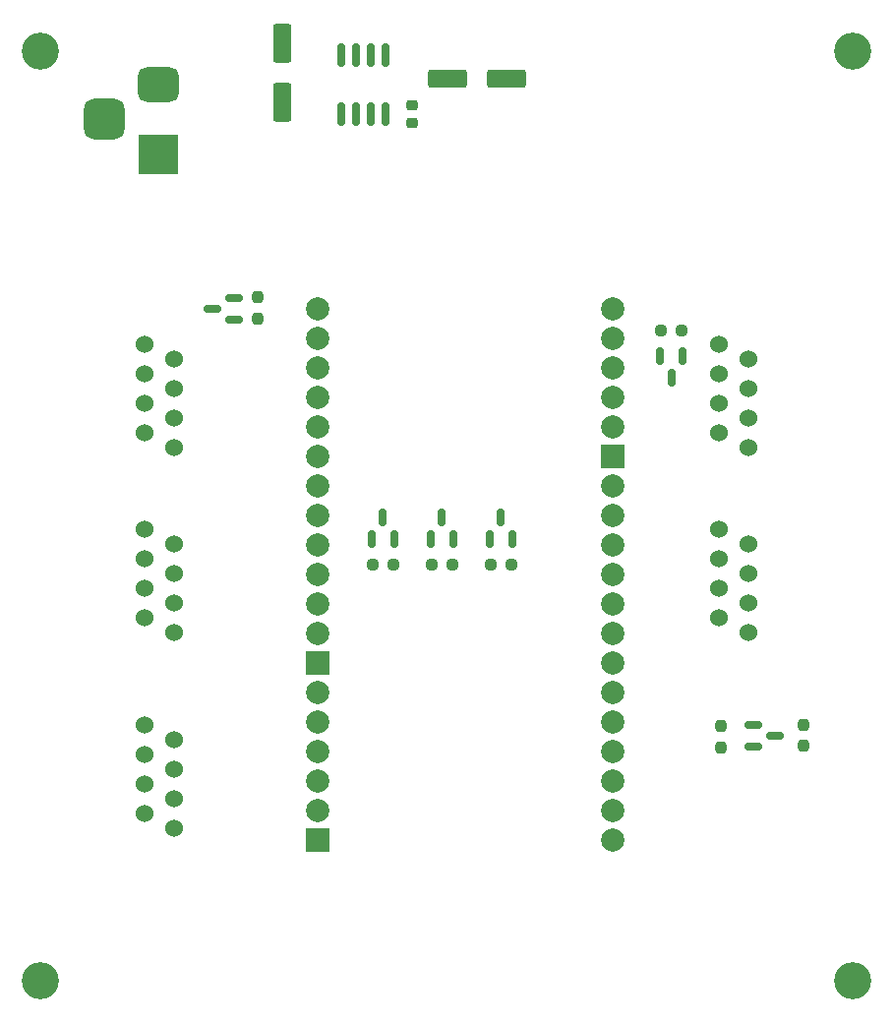
<source format=gbr>
%TF.GenerationSoftware,KiCad,Pcbnew,(7.0.0)*%
%TF.CreationDate,2023-04-29T04:17:25-04:00*%
%TF.ProjectId,ArenaController,4172656e-6143-46f6-9e74-726f6c6c6572,v0.4*%
%TF.SameCoordinates,Original*%
%TF.FileFunction,Soldermask,Top*%
%TF.FilePolarity,Negative*%
%FSLAX46Y46*%
G04 Gerber Fmt 4.6, Leading zero omitted, Abs format (unit mm)*
G04 Created by KiCad (PCBNEW (7.0.0)) date 2023-04-29 04:17:25*
%MOMM*%
%LPD*%
G01*
G04 APERTURE LIST*
G04 Aperture macros list*
%AMRoundRect*
0 Rectangle with rounded corners*
0 $1 Rounding radius*
0 $2 $3 $4 $5 $6 $7 $8 $9 X,Y pos of 4 corners*
0 Add a 4 corners polygon primitive as box body*
4,1,4,$2,$3,$4,$5,$6,$7,$8,$9,$2,$3,0*
0 Add four circle primitives for the rounded corners*
1,1,$1+$1,$2,$3*
1,1,$1+$1,$4,$5*
1,1,$1+$1,$6,$7*
1,1,$1+$1,$8,$9*
0 Add four rect primitives between the rounded corners*
20,1,$1+$1,$2,$3,$4,$5,0*
20,1,$1+$1,$4,$5,$6,$7,0*
20,1,$1+$1,$6,$7,$8,$9,0*
20,1,$1+$1,$8,$9,$2,$3,0*%
G04 Aperture macros list end*
%ADD10C,2.000000*%
%ADD11R,2.000000X2.000000*%
%ADD12RoundRect,0.237500X-0.237500X0.250000X-0.237500X-0.250000X0.237500X-0.250000X0.237500X0.250000X0*%
%ADD13RoundRect,0.150000X0.150000X-0.587500X0.150000X0.587500X-0.150000X0.587500X-0.150000X-0.587500X0*%
%ADD14RoundRect,0.237500X0.250000X0.237500X-0.250000X0.237500X-0.250000X-0.237500X0.250000X-0.237500X0*%
%ADD15C,1.524000*%
%ADD16C,3.200000*%
%ADD17RoundRect,0.250000X-1.412500X-0.550000X1.412500X-0.550000X1.412500X0.550000X-1.412500X0.550000X0*%
%ADD18R,3.500000X3.500000*%
%ADD19RoundRect,0.750000X-1.000000X0.750000X-1.000000X-0.750000X1.000000X-0.750000X1.000000X0.750000X0*%
%ADD20RoundRect,0.875000X-0.875000X0.875000X-0.875000X-0.875000X0.875000X-0.875000X0.875000X0.875000X0*%
%ADD21RoundRect,0.218750X-0.256250X0.218750X-0.256250X-0.218750X0.256250X-0.218750X0.256250X0.218750X0*%
%ADD22RoundRect,0.250000X0.550000X-1.412500X0.550000X1.412500X-0.550000X1.412500X-0.550000X-1.412500X0*%
%ADD23RoundRect,0.237500X-0.250000X-0.237500X0.250000X-0.237500X0.250000X0.237500X-0.250000X0.237500X0*%
%ADD24RoundRect,0.150000X-0.150000X0.587500X-0.150000X-0.587500X0.150000X-0.587500X0.150000X0.587500X0*%
%ADD25RoundRect,0.150000X0.587500X0.150000X-0.587500X0.150000X-0.587500X-0.150000X0.587500X-0.150000X0*%
%ADD26RoundRect,0.162500X0.162500X-0.825000X0.162500X0.825000X-0.162500X0.825000X-0.162500X-0.825000X0*%
%ADD27RoundRect,0.237500X0.237500X-0.250000X0.237500X0.250000X-0.237500X0.250000X-0.237500X-0.250000X0*%
%ADD28RoundRect,0.150000X-0.587500X-0.150000X0.587500X-0.150000X0.587500X0.150000X-0.587500X0.150000X0*%
G04 APERTURE END LIST*
D10*
%TO.C,U3*%
X149352000Y-72136000D03*
X149352000Y-74676000D03*
X149352000Y-77216000D03*
X149352000Y-79756000D03*
X149352000Y-82296000D03*
D11*
X149351999Y-84835999D03*
D10*
X149352000Y-87376000D03*
X149352000Y-89916000D03*
X149352000Y-92456000D03*
X149352000Y-94996000D03*
X149352000Y-97536000D03*
X149352000Y-100076000D03*
X149352000Y-102616000D03*
X149352000Y-105156000D03*
X149352000Y-107696000D03*
X149352000Y-110236000D03*
X149352000Y-112776000D03*
X149352000Y-115316000D03*
X149352000Y-117856000D03*
D11*
X123951999Y-117855999D03*
D10*
X123952000Y-115316000D03*
X123952000Y-112776000D03*
X123952000Y-110236000D03*
X123952000Y-107696000D03*
X123952000Y-105156000D03*
D11*
X123951999Y-102615999D03*
D10*
X123952000Y-100076000D03*
X123952000Y-97536000D03*
X123952000Y-94996000D03*
X123952000Y-92456000D03*
X123952000Y-89916000D03*
X123952000Y-87376000D03*
X123952000Y-84836000D03*
X123952000Y-82296000D03*
X123952000Y-79756000D03*
X123952000Y-77216000D03*
X123952000Y-74676000D03*
X123952000Y-72136000D03*
%TD*%
D12*
%TO.C,R16*%
X158623000Y-108053500D03*
X158623000Y-109878500D03*
%TD*%
D13*
%TO.C,Q4*%
X133670000Y-91948000D03*
X135570000Y-91948000D03*
X134620000Y-90073000D03*
%TD*%
D14*
%TO.C,R4*%
X155254500Y-74011000D03*
X153429500Y-74011000D03*
%TD*%
D15*
%TO.C,J1*%
X161000000Y-84045000D03*
X158460000Y-82775000D03*
X161000000Y-81505000D03*
X158460000Y-80235000D03*
X161000000Y-78965000D03*
X158460000Y-77695000D03*
X161000000Y-76425000D03*
X158460000Y-75155000D03*
%TD*%
D16*
%TO.C,H4*%
X170000000Y-130000000D03*
%TD*%
D15*
%TO.C,J6*%
X161000000Y-100045000D03*
X158460000Y-98775000D03*
X161000000Y-97505000D03*
X158460000Y-96235000D03*
X161000000Y-94965000D03*
X158460000Y-93695000D03*
X161000000Y-92425000D03*
X158460000Y-91155000D03*
%TD*%
D13*
%TO.C,Q3*%
X138750000Y-91948000D03*
X140650000Y-91948000D03*
X139700000Y-90073000D03*
%TD*%
D17*
%TO.C,C2*%
X135130500Y-52324000D03*
X140205500Y-52324000D03*
%TD*%
D15*
%TO.C,J4*%
X109000000Y-107955000D03*
X111540000Y-109225000D03*
X109000000Y-110495000D03*
X111540000Y-111765000D03*
X109000000Y-113035000D03*
X111540000Y-114305000D03*
X109000000Y-115575000D03*
X111540000Y-116845000D03*
%TD*%
D18*
%TO.C,J9*%
X110235999Y-58831999D03*
D19*
X110236000Y-52832000D03*
D20*
X105536000Y-55832000D03*
%TD*%
D15*
%TO.C,J2*%
X109000000Y-75155000D03*
X111540000Y-76425000D03*
X109000000Y-77695000D03*
X111540000Y-78965000D03*
X109000000Y-80235000D03*
X111540000Y-81505000D03*
X109000000Y-82775000D03*
X111540000Y-84045000D03*
%TD*%
D21*
%TO.C,L1*%
X132080000Y-54584500D03*
X132080000Y-56159500D03*
%TD*%
D16*
%TO.C,H3*%
X170000000Y-50000000D03*
%TD*%
D22*
%TO.C,C1*%
X120904000Y-54353500D03*
X120904000Y-49278500D03*
%TD*%
D16*
%TO.C,H2*%
X100000000Y-130000000D03*
%TD*%
D23*
%TO.C,R1*%
X128627500Y-94137000D03*
X130452500Y-94137000D03*
%TD*%
D24*
%TO.C,Q2*%
X155316000Y-76200000D03*
X153416000Y-76200000D03*
X154366000Y-78075000D03*
%TD*%
D25*
%TO.C,Q5*%
X116761500Y-73086000D03*
X116761500Y-71186000D03*
X114886500Y-72136000D03*
%TD*%
D26*
%TO.C,U2*%
X125984000Y-55372000D03*
X127254000Y-55372000D03*
X128524000Y-55372000D03*
X129794000Y-55372000D03*
X129794000Y-50297000D03*
X128524000Y-50297000D03*
X127254000Y-50297000D03*
X125984000Y-50297000D03*
%TD*%
D16*
%TO.C,H1*%
X100000000Y-50000000D03*
%TD*%
D13*
%TO.C,Q1*%
X128590000Y-91948000D03*
X130490000Y-91948000D03*
X129540000Y-90073000D03*
%TD*%
D23*
%TO.C,R2*%
X138787500Y-94137000D03*
X140612500Y-94137000D03*
%TD*%
D15*
%TO.C,J5*%
X109000000Y-91155000D03*
X111540000Y-92425000D03*
X109000000Y-93695000D03*
X111540000Y-94965000D03*
X109000000Y-96235000D03*
X111540000Y-97505000D03*
X109000000Y-98775000D03*
X111540000Y-100045000D03*
%TD*%
D27*
%TO.C,R7*%
X165735000Y-109751500D03*
X165735000Y-107926500D03*
%TD*%
D23*
%TO.C,R5*%
X133707500Y-94137000D03*
X135532500Y-94137000D03*
%TD*%
D28*
%TO.C,Q6*%
X161417000Y-107950000D03*
X161417000Y-109850000D03*
X163292000Y-108900000D03*
%TD*%
D27*
%TO.C,R3*%
X118793500Y-72982500D03*
X118793500Y-71157500D03*
%TD*%
M02*

</source>
